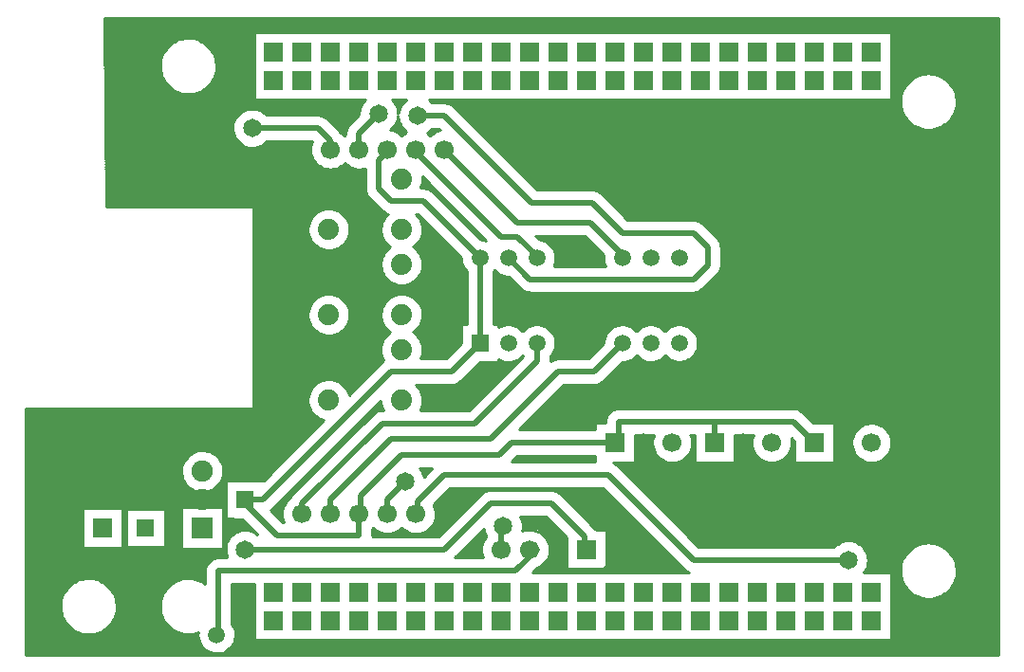
<source format=gbr>
G04 DipTrace 2.4.0.2*
%INBottom.gbr*%
%MOIN*%
%ADD13C,0.02*%
%ADD14C,0.01*%
%ADD18R,0.0669X0.0669*%
%ADD19C,0.0669*%
%ADD20R,0.065X0.065*%
%ADD21R,0.0591X0.0591*%
%ADD22C,0.0591*%
%ADD24C,0.074*%
%ADD25R,0.0748X0.0748*%
%ADD26C,0.0748*%
%ADD27C,0.063*%
%ADD28R,0.063X0.063*%
%ADD29C,0.0591*%
%ADD30C,0.065*%
%FSLAX44Y44*%
G04*
G70*
G90*
G75*
G01*
%LNBottom*%
%LPD*%
X11690Y7690D2*
D13*
X18690D1*
X20315Y9315D1*
X22440D1*
X23628Y8128D1*
Y7690D1*
X23690D1*
X11690Y9440D2*
Y9315D1*
X12815Y8190D1*
X15690D1*
Y8940D1*
X11690Y9440D2*
X12315D1*
X16815Y13940D1*
X18940D1*
X19940Y14940D1*
X31690Y11440D2*
X30940Y12190D1*
X28190D1*
Y11440D1*
X24690D2*
X24815D1*
Y12190D1*
X28190D1*
X19940Y14940D2*
Y17940D1*
X16690Y21752D2*
X16752D1*
X16377Y21377D1*
Y20378D1*
X16815Y19940D1*
X17940D1*
X19940Y17940D1*
X24690Y11440D2*
X21065D1*
X20628Y11002D1*
X17190D1*
X15753Y9565D1*
Y8940D1*
X15690D1*
X22940Y17940D2*
X23940D1*
X22940Y14940D2*
X23940D1*
X22690Y7690D2*
Y7127D1*
X22877Y6940D1*
X24315D1*
X25065Y7690D1*
X11690Y10440D2*
Y11780D1*
X14630Y14720D1*
X11690Y5190D2*
Y6190D1*
Y25190D2*
Y24190D1*
X11940Y22503D2*
X14252D1*
X14690Y22065D1*
Y21752D1*
X15690D2*
Y22315D1*
X16377Y23002D1*
X32878Y7315D2*
X27440D1*
X24440Y10315D1*
X18690D1*
X17753Y9378D1*
Y8940D1*
X17690D1*
X16690D2*
Y9440D1*
X17315Y10065D1*
X21940Y14940D2*
Y14315D1*
X19753Y12127D1*
X16503D1*
X13690Y9315D1*
Y8940D1*
X14690D2*
Y9440D1*
X16815Y11565D1*
X20315D1*
X22690Y13940D1*
X23940D1*
X24940Y14940D1*
X18690Y21752D2*
X21252Y19190D1*
X23815D1*
X25065Y17940D1*
X24940D1*
X17690Y21752D2*
X17628D1*
X20690Y18690D1*
X21253D1*
X21940Y18003D1*
Y17940D1*
X17752Y22940D2*
X18690D1*
X21753Y19877D1*
X23878D1*
X24940Y18815D1*
X27440D1*
X27940Y18315D1*
Y17690D1*
X27440Y17190D1*
X21690D1*
X20940Y17940D1*
X10690Y4690D2*
X10753D1*
Y6940D1*
X21190D1*
X21940Y7690D1*
X21690D1*
X20690D2*
Y8440D1*
X20753Y8503D1*
D30*
X32878Y7315D3*
X20753Y8503D3*
X25065Y7690D3*
X11940Y22503D3*
X16377Y23002D3*
X17752Y22940D3*
X11690Y7690D3*
X17315Y10065D3*
X5190Y11565D3*
X35503Y17877D3*
X7815Y5815D3*
X6751Y26291D2*
D14*
X38131D1*
X6752Y26193D2*
X38131D1*
X6752Y26094D2*
X38131D1*
X6754Y25995D2*
X38131D1*
X6755Y25897D2*
X38131D1*
X6755Y25798D2*
X11992D1*
X34388D2*
X38131D1*
X6757Y25699D2*
X11992D1*
X34388D2*
X38131D1*
X6757Y25600D2*
X9295D1*
X10085D2*
X11992D1*
X34388D2*
X38131D1*
X6759Y25502D2*
X9115D1*
X10265D2*
X11992D1*
X34388D2*
X38131D1*
X6760Y25403D2*
X8995D1*
X10385D2*
X11992D1*
X34388D2*
X38131D1*
X6760Y25304D2*
X8906D1*
X10474D2*
X11992D1*
X34388D2*
X38131D1*
X6762Y25206D2*
X8837D1*
X10543D2*
X11992D1*
X34388D2*
X38131D1*
X6762Y25107D2*
X8784D1*
X10596D2*
X11992D1*
X34388D2*
X38131D1*
X6763Y25008D2*
X8743D1*
X10637D2*
X11992D1*
X34388D2*
X38131D1*
X6763Y24910D2*
X8715D1*
X10665D2*
X11992D1*
X34388D2*
X38131D1*
X6765Y24811D2*
X8698D1*
X10682D2*
X11992D1*
X34388D2*
X38131D1*
X6766Y24712D2*
X8692D1*
X10688D2*
X11992D1*
X34388D2*
X38131D1*
X6766Y24614D2*
X8695D1*
X10685D2*
X11992D1*
X34388D2*
X38131D1*
X6768Y24515D2*
X8707D1*
X10673D2*
X11992D1*
X34388D2*
X38131D1*
X6768Y24416D2*
X8729D1*
X10651D2*
X11992D1*
X34388D2*
X35523D1*
X35857D2*
X38131D1*
X6770Y24318D2*
X8764D1*
X10616D2*
X11992D1*
X34388D2*
X35225D1*
X36155D2*
X38131D1*
X6771Y24219D2*
X8810D1*
X10570D2*
X11992D1*
X34388D2*
X35071D1*
X36309D2*
X38131D1*
X6771Y24120D2*
X8871D1*
X10509D2*
X11992D1*
X34388D2*
X34962D1*
X36418D2*
X38131D1*
X6773Y24021D2*
X8951D1*
X10429D2*
X11992D1*
X34388D2*
X34881D1*
X36499D2*
X38131D1*
X6773Y23923D2*
X9056D1*
X10324D2*
X11992D1*
X34388D2*
X34817D1*
X36563D2*
X38131D1*
X6774Y23824D2*
X9203D1*
X10177D2*
X11992D1*
X34388D2*
X34768D1*
X36612D2*
X38131D1*
X6776Y23725D2*
X9462D1*
X9918D2*
X11992D1*
X34388D2*
X34734D1*
X36646D2*
X38131D1*
X6776Y23627D2*
X11992D1*
X34388D2*
X34709D1*
X36671D2*
X38131D1*
X6777Y23528D2*
X11992D1*
X34388D2*
X34695D1*
X36685D2*
X38131D1*
X6777Y23429D2*
X15826D1*
X16929D2*
X17257D1*
X18248D2*
X34692D1*
X36688D2*
X38131D1*
X6779Y23331D2*
X15762D1*
X16993D2*
X17175D1*
X18951D2*
X34698D1*
X36682D2*
X38131D1*
X6779Y23232D2*
X15718D1*
X17037D2*
X17118D1*
X19063D2*
X34714D1*
X36666D2*
X38131D1*
X6780Y23133D2*
X11653D1*
X12227D2*
X15692D1*
X19163D2*
X34740D1*
X36640D2*
X38131D1*
X6782Y23035D2*
X11493D1*
X12387D2*
X15679D1*
X19262D2*
X34778D1*
X36602D2*
X38131D1*
X6782Y22936D2*
X11395D1*
X14427D2*
X15645D1*
X19360D2*
X34829D1*
X36551D2*
X38131D1*
X6784Y22837D2*
X11328D1*
X14584D2*
X15546D1*
X19459D2*
X34896D1*
X36484D2*
X38131D1*
X6784Y22739D2*
X11282D1*
X14682D2*
X15448D1*
X17024D2*
X17084D1*
X19557D2*
X34982D1*
X36398D2*
X38131D1*
X6785Y22640D2*
X11254D1*
X14780D2*
X15350D1*
X16973D2*
X17123D1*
X19655D2*
X35100D1*
X36280D2*
X38131D1*
X6787Y22541D2*
X11242D1*
X14880D2*
X15275D1*
X16899D2*
X17181D1*
X19755D2*
X35268D1*
X36112D2*
X38131D1*
X6787Y22442D2*
X11243D1*
X14979D2*
X15234D1*
X16809D2*
X17267D1*
X18238D2*
X18521D1*
X19854D2*
X38131D1*
X6788Y22344D2*
X11259D1*
X15071D2*
X15217D1*
X17071D2*
X17309D1*
X18107D2*
X18309D1*
X19952D2*
X38131D1*
X6788Y22245D2*
X11292D1*
X20051D2*
X38131D1*
X6790Y22146D2*
X11340D1*
X20149D2*
X38131D1*
X6790Y22048D2*
X11412D1*
X20248D2*
X38131D1*
X6791Y21949D2*
X11520D1*
X12360D2*
X14010D1*
X20348D2*
X38131D1*
X6793Y21850D2*
X11707D1*
X12173D2*
X13989D1*
X20446D2*
X38131D1*
X6793Y21752D2*
X13981D1*
X20545D2*
X38131D1*
X6795Y21653D2*
X13989D1*
X20643D2*
X38131D1*
X6795Y21554D2*
X14010D1*
X20741D2*
X38131D1*
X6796Y21456D2*
X14048D1*
X20840D2*
X38131D1*
X6798Y21357D2*
X14104D1*
X20940D2*
X38131D1*
X6798Y21258D2*
X14187D1*
X21038D2*
X38131D1*
X6799Y21160D2*
X14310D1*
X15070D2*
X15310D1*
X21137D2*
X38131D1*
X6799Y21061D2*
X14582D1*
X14798D2*
X15582D1*
X15798D2*
X15904D1*
X21235D2*
X38131D1*
X6801Y20962D2*
X15904D1*
X21334D2*
X38131D1*
X6801Y20863D2*
X15904D1*
X21432D2*
X38131D1*
X6802Y20765D2*
X15904D1*
X21530D2*
X38131D1*
X6804Y20666D2*
X15904D1*
X17932D2*
X18048D1*
X21630D2*
X38131D1*
X6804Y20567D2*
X15904D1*
X17918D2*
X18146D1*
X21729D2*
X38131D1*
X6805Y20469D2*
X15904D1*
X17890D2*
X18245D1*
X21827D2*
X38131D1*
X6805Y20370D2*
X15904D1*
X18124D2*
X18343D1*
X21926D2*
X38131D1*
X6807Y20271D2*
X15915D1*
X18274D2*
X18443D1*
X24132D2*
X38131D1*
X6809Y20173D2*
X15951D1*
X18373D2*
X18542D1*
X24248D2*
X38131D1*
X6809Y20074D2*
X16017D1*
X18473D2*
X18640D1*
X24348D2*
X38131D1*
X6810Y19975D2*
X16114D1*
X18571D2*
X18739D1*
X24446D2*
X38131D1*
X6810Y19877D2*
X16212D1*
X18670D2*
X18837D1*
X24545D2*
X38131D1*
X6812Y19778D2*
X16310D1*
X18768D2*
X18935D1*
X24643D2*
X38131D1*
X11999Y19679D2*
X16410D1*
X18866D2*
X19035D1*
X24741D2*
X38131D1*
X11999Y19581D2*
X14262D1*
X14998D2*
X16512D1*
X18965D2*
X19134D1*
X24840D2*
X38131D1*
X11999Y19482D2*
X14125D1*
X15135D2*
X16685D1*
X19065D2*
X19232D1*
X24940D2*
X38131D1*
X11999Y19383D2*
X14035D1*
X15224D2*
X16595D1*
X17785D2*
X17831D1*
X19163D2*
X19331D1*
X25038D2*
X38131D1*
X11999Y19284D2*
X13971D1*
X15288D2*
X16532D1*
X17848D2*
X17929D1*
X19262D2*
X19429D1*
X25137D2*
X38131D1*
X11999Y19186D2*
X13929D1*
X15332D2*
X16489D1*
X17891D2*
X18028D1*
X19360D2*
X19528D1*
X27729D2*
X38131D1*
X11999Y19087D2*
X13901D1*
X15359D2*
X16460D1*
X17920D2*
X18128D1*
X19459D2*
X19628D1*
X27834D2*
X38131D1*
X11999Y18988D2*
X13887D1*
X15373D2*
X16448D1*
X17932D2*
X18226D1*
X19557D2*
X19726D1*
X27932D2*
X38131D1*
X11999Y18890D2*
X13889D1*
X15373D2*
X16448D1*
X17932D2*
X18325D1*
X19657D2*
X19825D1*
X28032D2*
X38131D1*
X11999Y18791D2*
X13901D1*
X15359D2*
X16462D1*
X17918D2*
X18423D1*
X19755D2*
X19923D1*
X28130D2*
X38131D1*
X11999Y18692D2*
X13929D1*
X15330D2*
X16489D1*
X17891D2*
X18521D1*
X19854D2*
X20021D1*
X21916D2*
X23646D1*
X28229D2*
X38131D1*
X11999Y18594D2*
X13973D1*
X15287D2*
X16532D1*
X17848D2*
X18620D1*
X20035D2*
X20120D1*
X22035D2*
X23745D1*
X28321D2*
X38131D1*
X11999Y18495D2*
X14037D1*
X15224D2*
X16596D1*
X17784D2*
X18718D1*
X22305D2*
X23843D1*
X28377D2*
X38131D1*
X11999Y18396D2*
X14128D1*
X15134D2*
X16687D1*
X17693D2*
X18818D1*
X22426D2*
X23943D1*
X28407D2*
X38131D1*
X11999Y18298D2*
X14265D1*
X14995D2*
X16728D1*
X17652D2*
X18917D1*
X22504D2*
X24042D1*
X28413D2*
X38131D1*
X11999Y18199D2*
X16625D1*
X17755D2*
X19015D1*
X22555D2*
X24140D1*
X28413D2*
X38131D1*
X11999Y18100D2*
X16553D1*
X17827D2*
X19114D1*
X22590D2*
X24239D1*
X28413D2*
X38131D1*
X11999Y18002D2*
X16503D1*
X17877D2*
X19212D1*
X22607D2*
X24273D1*
X28413D2*
X38131D1*
X11999Y17903D2*
X16470D1*
X17910D2*
X19271D1*
X22609D2*
X24271D1*
X28413D2*
X38131D1*
X11999Y17804D2*
X16451D1*
X17929D2*
X19285D1*
X22595D2*
X24285D1*
X28413D2*
X38131D1*
X11999Y17705D2*
X16446D1*
X17934D2*
X19314D1*
X22566D2*
X24314D1*
X28413D2*
X38131D1*
X11999Y17607D2*
X16454D1*
X17926D2*
X19362D1*
X28407D2*
X38131D1*
X11999Y17508D2*
X16478D1*
X17902D2*
X19432D1*
X28377D2*
X38131D1*
X11999Y17409D2*
X16515D1*
X17865D2*
X19467D1*
X20413D2*
X20539D1*
X28320D2*
X38131D1*
X11999Y17311D2*
X16571D1*
X17809D2*
X19467D1*
X20413D2*
X20734D1*
X28227D2*
X38131D1*
X11999Y17212D2*
X16651D1*
X17729D2*
X19467D1*
X20413D2*
X21003D1*
X28127D2*
X38131D1*
X11999Y17113D2*
X16767D1*
X17613D2*
X19467D1*
X20413D2*
X21101D1*
X28029D2*
X38131D1*
X11999Y17015D2*
X16978D1*
X17402D2*
X19467D1*
X20413D2*
X21200D1*
X27930D2*
X38131D1*
X11999Y16916D2*
X19467D1*
X20413D2*
X21298D1*
X27832D2*
X38131D1*
X11999Y16817D2*
X19467D1*
X20413D2*
X21404D1*
X27726D2*
X38131D1*
X11999Y16719D2*
X19467D1*
X20413D2*
X38131D1*
X11999Y16620D2*
X14343D1*
X14916D2*
X16904D1*
X17476D2*
X19467D1*
X20413D2*
X38131D1*
X11999Y16521D2*
X14171D1*
X15088D2*
X16732D1*
X17648D2*
X19467D1*
X20413D2*
X38131D1*
X11999Y16423D2*
X14067D1*
X15193D2*
X16628D1*
X17752D2*
X19467D1*
X20413D2*
X38131D1*
X11999Y16324D2*
X13995D1*
X15265D2*
X16554D1*
X17826D2*
X19467D1*
X20413D2*
X38131D1*
X11999Y16225D2*
X13943D1*
X15316D2*
X16504D1*
X17876D2*
X19467D1*
X20413D2*
X38131D1*
X11999Y16126D2*
X13910D1*
X15349D2*
X16470D1*
X17910D2*
X19467D1*
X20413D2*
X38131D1*
X11999Y16028D2*
X13892D1*
X15368D2*
X16451D1*
X17929D2*
X19467D1*
X20413D2*
X38131D1*
X11999Y15929D2*
X13885D1*
X15374D2*
X16446D1*
X17934D2*
X19467D1*
X20413D2*
X38131D1*
X11999Y15830D2*
X13895D1*
X15366D2*
X16454D1*
X17926D2*
X19467D1*
X20413D2*
X38131D1*
X11999Y15732D2*
X13917D1*
X15343D2*
X16476D1*
X17904D2*
X19467D1*
X20413D2*
X38131D1*
X11999Y15633D2*
X13953D1*
X15307D2*
X16514D1*
X17866D2*
X19467D1*
X20413D2*
X38131D1*
X11999Y15534D2*
X14009D1*
X15252D2*
X16568D1*
X17812D2*
X19271D1*
X20609D2*
X20644D1*
X21235D2*
X21645D1*
X22235D2*
X24645D1*
X25235D2*
X25645D1*
X26235D2*
X26645D1*
X27235D2*
X38131D1*
X11999Y15436D2*
X14087D1*
X15173D2*
X16646D1*
X17734D2*
X19271D1*
X21385D2*
X21495D1*
X22385D2*
X24495D1*
X25385D2*
X25495D1*
X26385D2*
X26495D1*
X27385D2*
X38131D1*
X11999Y15337D2*
X14201D1*
X15059D2*
X16762D1*
X17618D2*
X19271D1*
X22476D2*
X24404D1*
X27476D2*
X38131D1*
X11999Y15238D2*
X14406D1*
X14855D2*
X16660D1*
X17720D2*
X19271D1*
X22538D2*
X24342D1*
X27538D2*
X38131D1*
X11999Y15140D2*
X16578D1*
X17802D2*
X19271D1*
X22579D2*
X24301D1*
X27579D2*
X38131D1*
X11999Y15041D2*
X16520D1*
X17860D2*
X19271D1*
X22601D2*
X24279D1*
X27601D2*
X38131D1*
X11999Y14942D2*
X16481D1*
X17899D2*
X19271D1*
X22609D2*
X24271D1*
X27609D2*
X38131D1*
X11999Y14844D2*
X16457D1*
X17923D2*
X19178D1*
X22602D2*
X24178D1*
X27602D2*
X38131D1*
X11999Y14745D2*
X16446D1*
X17934D2*
X19079D1*
X22579D2*
X24079D1*
X27579D2*
X38131D1*
X11999Y14646D2*
X16450D1*
X17930D2*
X18981D1*
X22540D2*
X23981D1*
X27540D2*
X38131D1*
X11999Y14547D2*
X16467D1*
X17913D2*
X18881D1*
X22479D2*
X23881D1*
X27479D2*
X38131D1*
X11999Y14449D2*
X16498D1*
X17882D2*
X18782D1*
X22413D2*
X23782D1*
X25390D2*
X25490D1*
X26390D2*
X26490D1*
X27390D2*
X38131D1*
X11999Y14350D2*
X16546D1*
X21245D2*
X21309D1*
X22413D2*
X22462D1*
X25245D2*
X25635D1*
X26245D2*
X26635D1*
X27245D2*
X38131D1*
X11999Y14251D2*
X16460D1*
X19918D2*
X21210D1*
X24918D2*
X38131D1*
X11999Y14153D2*
X16362D1*
X19818D2*
X21112D1*
X24818D2*
X38131D1*
X11999Y14054D2*
X16264D1*
X19720D2*
X21014D1*
X24720D2*
X38131D1*
X11999Y13955D2*
X16164D1*
X19621D2*
X20914D1*
X24621D2*
X38131D1*
X11999Y13857D2*
X16065D1*
X19523D2*
X20815D1*
X24523D2*
X38131D1*
X11999Y13758D2*
X15967D1*
X19424D2*
X20717D1*
X24424D2*
X38131D1*
X11999Y13659D2*
X14475D1*
X14785D2*
X15868D1*
X19326D2*
X20618D1*
X24326D2*
X38131D1*
X11999Y13561D2*
X14228D1*
X15032D2*
X15770D1*
X19216D2*
X20520D1*
X24216D2*
X38131D1*
X11999Y13462D2*
X14104D1*
X15155D2*
X15671D1*
X17716D2*
X20421D1*
X22877D2*
X38131D1*
X11999Y13363D2*
X14020D1*
X15240D2*
X15573D1*
X17799D2*
X20323D1*
X22779D2*
X38131D1*
X11999Y13265D2*
X13962D1*
X15298D2*
X15473D1*
X17859D2*
X20223D1*
X22680D2*
X38131D1*
X11999Y13166D2*
X13921D1*
X15338D2*
X15375D1*
X17898D2*
X20125D1*
X22582D2*
X38131D1*
X11999Y13067D2*
X13898D1*
X17923D2*
X20026D1*
X22484D2*
X38131D1*
X11999Y12968D2*
X13887D1*
X17934D2*
X19928D1*
X22385D2*
X38131D1*
X11999Y12870D2*
X13890D1*
X16410D2*
X16451D1*
X17930D2*
X19829D1*
X22285D2*
X38131D1*
X11999Y12771D2*
X13906D1*
X16312D2*
X16465D1*
X17915D2*
X19731D1*
X22187D2*
X38131D1*
X11996Y12672D2*
X13937D1*
X16213D2*
X16496D1*
X17884D2*
X19631D1*
X22088D2*
X38131D1*
X4000Y12574D2*
X13984D1*
X16115D2*
X16365D1*
X21990D2*
X24545D1*
X31210D2*
X38131D1*
X4000Y12475D2*
X14053D1*
X16016D2*
X16185D1*
X21891D2*
X24439D1*
X31321D2*
X38131D1*
X4000Y12376D2*
X14150D1*
X15918D2*
X16085D1*
X21793D2*
X24381D1*
X31420D2*
X38131D1*
X4000Y12278D2*
X14304D1*
X15818D2*
X15987D1*
X21693D2*
X24350D1*
X31518D2*
X38131D1*
X4000Y12179D2*
X14389D1*
X15720D2*
X15889D1*
X21595D2*
X24342D1*
X31616D2*
X38131D1*
X4000Y12080D2*
X14289D1*
X15621D2*
X15789D1*
X21496D2*
X23981D1*
X32399D2*
X33401D1*
X33979D2*
X38131D1*
X4000Y11982D2*
X14190D1*
X15523D2*
X15690D1*
X21398D2*
X23981D1*
X32399D2*
X33239D1*
X34141D2*
X38131D1*
X4000Y11883D2*
X14092D1*
X15424D2*
X15592D1*
X32399D2*
X33140D1*
X34240D2*
X38131D1*
X4000Y11784D2*
X13993D1*
X15326D2*
X15493D1*
X32399D2*
X33073D1*
X34307D2*
X38131D1*
X4000Y11686D2*
X13895D1*
X15226D2*
X15395D1*
X25399D2*
X26026D1*
X27354D2*
X27481D1*
X28899D2*
X29526D1*
X32399D2*
X33026D1*
X34354D2*
X38131D1*
X4000Y11587D2*
X13796D1*
X15127D2*
X15296D1*
X25399D2*
X25996D1*
X27384D2*
X27481D1*
X28899D2*
X29496D1*
X32399D2*
X32996D1*
X34384D2*
X38131D1*
X4000Y11488D2*
X13696D1*
X15029D2*
X15196D1*
X25399D2*
X25984D1*
X27396D2*
X27481D1*
X28899D2*
X29484D1*
X30896D2*
X30976D1*
X32399D2*
X32984D1*
X34396D2*
X38131D1*
X4000Y11389D2*
X13598D1*
X14930D2*
X15098D1*
X25399D2*
X25984D1*
X27396D2*
X27481D1*
X28899D2*
X29484D1*
X30896D2*
X30981D1*
X32399D2*
X32984D1*
X34396D2*
X38131D1*
X4000Y11291D2*
X13500D1*
X14832D2*
X15000D1*
X25399D2*
X25998D1*
X27382D2*
X27481D1*
X28899D2*
X29498D1*
X30882D2*
X30981D1*
X32399D2*
X32998D1*
X34382D2*
X38131D1*
X4000Y11192D2*
X13401D1*
X14734D2*
X14901D1*
X25399D2*
X26028D1*
X27352D2*
X27481D1*
X28899D2*
X29528D1*
X30852D2*
X30981D1*
X32399D2*
X33028D1*
X34352D2*
X38131D1*
X4000Y11093D2*
X9837D1*
X10543D2*
X13303D1*
X14635D2*
X14803D1*
X25399D2*
X26073D1*
X27307D2*
X27481D1*
X28899D2*
X29573D1*
X30807D2*
X30981D1*
X32399D2*
X33073D1*
X34307D2*
X38131D1*
X4000Y10995D2*
X9693D1*
X10687D2*
X13204D1*
X14535D2*
X14704D1*
X25399D2*
X26142D1*
X27238D2*
X27481D1*
X28899D2*
X29642D1*
X30738D2*
X30981D1*
X32399D2*
X33142D1*
X34238D2*
X38131D1*
X4000Y10896D2*
X9600D1*
X10780D2*
X13106D1*
X14437D2*
X14606D1*
X21187D2*
X23981D1*
X25399D2*
X26242D1*
X27138D2*
X27481D1*
X28899D2*
X29742D1*
X30638D2*
X30981D1*
X32399D2*
X33242D1*
X34138D2*
X38131D1*
X4000Y10797D2*
X9534D1*
X10846D2*
X13006D1*
X14338D2*
X14506D1*
X21088D2*
X23981D1*
X25399D2*
X26406D1*
X26974D2*
X27481D1*
X28899D2*
X29906D1*
X30474D2*
X30981D1*
X32399D2*
X33406D1*
X33974D2*
X38131D1*
X4000Y10699D2*
X9489D1*
X10891D2*
X12907D1*
X14240D2*
X14407D1*
X24710D2*
X38131D1*
X4000Y10600D2*
X9459D1*
X10921D2*
X12809D1*
X14141D2*
X14309D1*
X24821D2*
X38131D1*
X4000Y10501D2*
X9445D1*
X10935D2*
X12710D1*
X14043D2*
X14210D1*
X17859D2*
X18210D1*
X24920D2*
X38131D1*
X4000Y10403D2*
X9443D1*
X10937D2*
X12612D1*
X13943D2*
X14112D1*
X17926D2*
X18112D1*
X25018D2*
X38131D1*
X4000Y10304D2*
X9454D1*
X10926D2*
X12514D1*
X13845D2*
X14014D1*
X17971D2*
X18014D1*
X25116D2*
X38131D1*
X4000Y10205D2*
X9481D1*
X10899D2*
X12414D1*
X13746D2*
X13914D1*
X25216D2*
X38131D1*
X4000Y10107D2*
X9521D1*
X10859D2*
X11001D1*
X13648D2*
X13815D1*
X25315D2*
X38131D1*
X4000Y10008D2*
X9582D1*
X10798D2*
X11001D1*
X13549D2*
X13717D1*
X25413D2*
X38131D1*
X4000Y9909D2*
X9667D1*
X10713D2*
X11001D1*
X13451D2*
X13618D1*
X25512D2*
X38131D1*
X4000Y9810D2*
X9795D1*
X10585D2*
X11001D1*
X13351D2*
X13520D1*
X18851D2*
X24279D1*
X25610D2*
X38131D1*
X4000Y9712D2*
X10060D1*
X10320D2*
X11001D1*
X13252D2*
X13421D1*
X18752D2*
X20065D1*
X22690D2*
X24378D1*
X25709D2*
X38131D1*
X4000Y9613D2*
X11001D1*
X13154D2*
X13325D1*
X18654D2*
X19946D1*
X22809D2*
X24476D1*
X25809D2*
X38131D1*
X4000Y9514D2*
X11001D1*
X13055D2*
X13260D1*
X18555D2*
X19848D1*
X22907D2*
X24575D1*
X25907D2*
X38131D1*
X4000Y9416D2*
X11001D1*
X12957D2*
X13168D1*
X18457D2*
X19750D1*
X23005D2*
X24673D1*
X26005D2*
X38131D1*
X4000Y9317D2*
X11001D1*
X12859D2*
X13092D1*
X18359D2*
X19651D1*
X23104D2*
X24771D1*
X26104D2*
X38131D1*
X4000Y9218D2*
X11001D1*
X12759D2*
X13039D1*
X18341D2*
X19553D1*
X23202D2*
X24871D1*
X26202D2*
X38131D1*
X4000Y9120D2*
X5981D1*
X7399D2*
X9442D1*
X10938D2*
X11001D1*
X12660D2*
X13004D1*
X18376D2*
X19454D1*
X23301D2*
X24970D1*
X26301D2*
X38131D1*
X4000Y9021D2*
X5981D1*
X7399D2*
X7501D1*
X8879D2*
X9442D1*
X10938D2*
X11001D1*
X12651D2*
X12985D1*
X18395D2*
X19354D1*
X23401D2*
X25068D1*
X26401D2*
X38131D1*
X4000Y8922D2*
X5981D1*
X7399D2*
X7501D1*
X8879D2*
X9442D1*
X10938D2*
X11001D1*
X12749D2*
X12982D1*
X18398D2*
X19256D1*
X23499D2*
X25167D1*
X26499D2*
X38131D1*
X4000Y8824D2*
X5981D1*
X7399D2*
X7501D1*
X8879D2*
X9442D1*
X10938D2*
X11001D1*
X12848D2*
X12992D1*
X18388D2*
X19157D1*
X21373D2*
X22265D1*
X23598D2*
X25265D1*
X26598D2*
X38131D1*
X4000Y8725D2*
X5981D1*
X7399D2*
X7501D1*
X8879D2*
X9442D1*
X10938D2*
X11614D1*
X12946D2*
X13015D1*
X18365D2*
X19059D1*
X21415D2*
X22364D1*
X23696D2*
X25364D1*
X26696D2*
X38131D1*
X4000Y8626D2*
X5981D1*
X7399D2*
X7501D1*
X8879D2*
X9442D1*
X10938D2*
X11712D1*
X18324D2*
X18960D1*
X21440D2*
X22462D1*
X23795D2*
X25462D1*
X26795D2*
X38131D1*
X4000Y8528D2*
X5981D1*
X7399D2*
X7501D1*
X8879D2*
X9442D1*
X10938D2*
X11812D1*
X18263D2*
X18862D1*
X21451D2*
X22562D1*
X23893D2*
X25562D1*
X26893D2*
X38131D1*
X4000Y8429D2*
X5981D1*
X7399D2*
X7501D1*
X8879D2*
X9442D1*
X10938D2*
X11910D1*
X18176D2*
X18764D1*
X21448D2*
X22660D1*
X23990D2*
X25660D1*
X26991D2*
X38131D1*
X4000Y8330D2*
X5981D1*
X7399D2*
X7501D1*
X8879D2*
X9442D1*
X10938D2*
X11426D1*
X11954D2*
X12007D1*
X16163D2*
X16340D1*
X17040D2*
X17340D1*
X18040D2*
X18664D1*
X19996D2*
X20076D1*
X21979D2*
X22759D1*
X24399D2*
X25759D1*
X27091D2*
X38131D1*
X4000Y8231D2*
X5981D1*
X7399D2*
X7501D1*
X8879D2*
X9442D1*
X10938D2*
X11254D1*
X16163D2*
X18565D1*
X19898D2*
X20109D1*
X22141D2*
X22857D1*
X24399D2*
X25857D1*
X27190D2*
X38131D1*
X4000Y8133D2*
X5981D1*
X7399D2*
X7501D1*
X8879D2*
X9442D1*
X10938D2*
X11153D1*
X19799D2*
X20140D1*
X22240D2*
X22956D1*
X24399D2*
X25956D1*
X27288D2*
X38131D1*
X4000Y8034D2*
X5981D1*
X7399D2*
X7501D1*
X8879D2*
X9442D1*
X10938D2*
X11084D1*
X19701D2*
X20071D1*
X22309D2*
X22981D1*
X24399D2*
X26054D1*
X27387D2*
X38131D1*
X4000Y7935D2*
X5981D1*
X7399D2*
X7501D1*
X8879D2*
X9442D1*
X10938D2*
X11037D1*
X19601D2*
X20026D1*
X22354D2*
X22981D1*
X24399D2*
X26154D1*
X27485D2*
X32568D1*
X33187D2*
X38131D1*
X4000Y7837D2*
X5981D1*
X7399D2*
X7501D1*
X8879D2*
X9442D1*
X10938D2*
X11007D1*
X19502D2*
X19996D1*
X22390D2*
X22981D1*
X24399D2*
X26253D1*
X27584D2*
X32418D1*
X33337D2*
X35264D1*
X36116D2*
X38131D1*
X4000Y7738D2*
X9442D1*
X10938D2*
X10993D1*
X19404D2*
X19984D1*
X22412D2*
X22981D1*
X24399D2*
X26351D1*
X33430D2*
X35096D1*
X36284D2*
X38131D1*
X4000Y7639D2*
X10993D1*
X19305D2*
X19984D1*
X22412D2*
X22981D1*
X24399D2*
X26450D1*
X33495D2*
X34981D1*
X36399D2*
X38131D1*
X4000Y7541D2*
X11007D1*
X19207D2*
X19998D1*
X22390D2*
X22981D1*
X24399D2*
X26548D1*
X33538D2*
X34895D1*
X36485D2*
X38131D1*
X4000Y7442D2*
X11037D1*
X19109D2*
X20028D1*
X22352D2*
X22981D1*
X24399D2*
X26646D1*
X33565D2*
X34828D1*
X36552D2*
X38131D1*
X4000Y7343D2*
X10514D1*
X22307D2*
X22981D1*
X24399D2*
X26746D1*
X33576D2*
X34778D1*
X36602D2*
X38131D1*
X4000Y7245D2*
X10393D1*
X22238D2*
X22981D1*
X24399D2*
X26845D1*
X33573D2*
X34739D1*
X36641D2*
X38131D1*
X4000Y7146D2*
X10326D1*
X22138D2*
X22981D1*
X24399D2*
X26943D1*
X33555D2*
X34712D1*
X36668D2*
X38131D1*
X4000Y7047D2*
X10292D1*
X21973D2*
X22981D1*
X24399D2*
X27042D1*
X33523D2*
X34696D1*
X36684D2*
X38131D1*
X4000Y6949D2*
X10279D1*
X21865D2*
X27145D1*
X33471D2*
X34692D1*
X36688D2*
X38131D1*
X4000Y6850D2*
X10279D1*
X34388D2*
X34695D1*
X36685D2*
X38131D1*
X4000Y6751D2*
X10279D1*
X34388D2*
X34709D1*
X36671D2*
X38131D1*
X4000Y6652D2*
X5953D1*
X6427D2*
X9453D1*
X9927D2*
X10279D1*
X34388D2*
X34734D1*
X36646D2*
X38131D1*
X4000Y6554D2*
X5698D1*
X6682D2*
X9198D1*
X10182D2*
X10279D1*
X34388D2*
X34770D1*
X36610D2*
X38131D1*
X4000Y6455D2*
X5554D1*
X6826D2*
X9054D1*
X11226D2*
X11992D1*
X34388D2*
X34818D1*
X36562D2*
X38131D1*
X4000Y6356D2*
X5450D1*
X6930D2*
X8950D1*
X11226D2*
X11992D1*
X34388D2*
X34882D1*
X36498D2*
X38131D1*
X4000Y6258D2*
X5370D1*
X7010D2*
X8870D1*
X11226D2*
X11992D1*
X34388D2*
X34964D1*
X36416D2*
X38131D1*
X4000Y6159D2*
X5309D1*
X7071D2*
X8809D1*
X11226D2*
X11992D1*
X34388D2*
X35073D1*
X36307D2*
X38131D1*
X4000Y6060D2*
X5264D1*
X7116D2*
X8764D1*
X11226D2*
X11992D1*
X34388D2*
X35228D1*
X36152D2*
X38131D1*
X4000Y5962D2*
X5229D1*
X7151D2*
X8729D1*
X11226D2*
X11992D1*
X34388D2*
X35535D1*
X35845D2*
X38131D1*
X4000Y5863D2*
X5206D1*
X7174D2*
X8706D1*
X11226D2*
X11992D1*
X34388D2*
X38131D1*
X4000Y5764D2*
X5193D1*
X7187D2*
X8693D1*
X11226D2*
X11992D1*
X34388D2*
X38131D1*
X4000Y5666D2*
X5192D1*
X7188D2*
X8692D1*
X11226D2*
X11992D1*
X34388D2*
X38131D1*
X4000Y5567D2*
X5200D1*
X7180D2*
X8700D1*
X11226D2*
X11992D1*
X34388D2*
X38131D1*
X4000Y5468D2*
X5217D1*
X7163D2*
X8717D1*
X11226D2*
X11992D1*
X34388D2*
X38131D1*
X4000Y5370D2*
X5245D1*
X7135D2*
X8745D1*
X11226D2*
X11992D1*
X34388D2*
X38131D1*
X4000Y5271D2*
X5284D1*
X7096D2*
X8784D1*
X11226D2*
X11992D1*
X34388D2*
X38131D1*
X4000Y5172D2*
X5337D1*
X7043D2*
X8837D1*
X11226D2*
X11992D1*
X34388D2*
X38131D1*
X4000Y5073D2*
X5407D1*
X6973D2*
X8907D1*
X11237D2*
X11992D1*
X34388D2*
X38131D1*
X4000Y4975D2*
X5496D1*
X6884D2*
X8996D1*
X11295D2*
X11992D1*
X34388D2*
X38131D1*
X4000Y4876D2*
X5618D1*
X6762D2*
X9118D1*
X11332D2*
X11992D1*
X34388D2*
X38131D1*
X4000Y4777D2*
X5800D1*
X6580D2*
X9300D1*
X11354D2*
X11992D1*
X34388D2*
X38131D1*
X4000Y4679D2*
X10021D1*
X11359D2*
X11992D1*
X34388D2*
X38131D1*
X4000Y4580D2*
X10031D1*
X11349D2*
X11992D1*
X34388D2*
X38131D1*
X4000Y4481D2*
X10054D1*
X11326D2*
X38131D1*
X4000Y4383D2*
X10096D1*
X11284D2*
X38131D1*
X4000Y4284D2*
X10160D1*
X11220D2*
X38131D1*
X4000Y4185D2*
X10256D1*
X11124D2*
X38131D1*
X4000Y4087D2*
X10415D1*
X10965D2*
X38131D1*
X18387Y8890D2*
X18373Y8791D1*
X18344Y8695D1*
X18303Y8604D1*
X18249Y8520D1*
X18183Y8445D1*
X18107Y8380D1*
X18023Y8326D1*
X17932Y8285D1*
X17836Y8257D1*
X17737Y8243D1*
X17637D1*
X17539Y8258D1*
X17443Y8287D1*
X17352Y8328D1*
X17268Y8383D1*
X17190Y8452D1*
X17146Y8411D1*
X17066Y8351D1*
X16979Y8304D1*
X16885Y8269D1*
X16787Y8248D1*
X16687Y8241D1*
X16588Y8249D1*
X16490Y8271D1*
X16397Y8306D1*
X16309Y8354D1*
X16230Y8414D1*
X16190Y8452D1*
X16154Y8419D1*
X16153Y8167D1*
X16190Y8154D1*
X18498D1*
X19987Y9643D1*
X20024Y9676D1*
X20065Y9706D1*
X20108Y9730D1*
X20154Y9750D1*
X20202Y9765D1*
X20251Y9775D1*
X20315Y9779D1*
X22440D1*
X22490Y9776D1*
X22539Y9768D1*
X22587Y9755D1*
X22634Y9737D1*
X22678Y9713D1*
X22720Y9685D1*
X22768Y9643D1*
X23956Y8456D1*
X23994Y8412D1*
X24041Y8389D1*
X24389D1*
Y6991D1*
X22991D1*
Y8109D1*
X22274Y8825D1*
X22249Y8850D1*
X21690Y8851D1*
X21348D1*
X21386Y8774D1*
X21418Y8680D1*
X21437Y8581D1*
X21442Y8503D1*
X21434Y8403D1*
X21420Y8334D1*
X21500Y8362D1*
X21598Y8383D1*
X21698Y8389D1*
X21797Y8380D1*
X21895Y8358D1*
X21988Y8322D1*
X22075Y8273D1*
X22154Y8212D1*
X22224Y8141D1*
X22283Y8060D1*
X22329Y7971D1*
X22364Y7878D1*
X22382Y7831D1*
X22395Y7783D1*
X22402Y7733D1*
X22404Y7683D1*
X22401Y7633D1*
X22392Y7584D1*
X22372Y7521D1*
X22344Y7445D1*
X22303Y7354D1*
X22249Y7270D1*
X22183Y7195D1*
X22107Y7130D1*
X22023Y7076D1*
X21945Y7040D1*
X21785Y6879D1*
X22379Y6877D1*
X22551Y6879D1*
X23379Y6877D1*
X23551Y6879D1*
X24379Y6877D1*
X24551Y6879D1*
X25379Y6877D1*
X25551Y6879D1*
X26379Y6877D1*
X26551Y6879D1*
X27281D1*
X27202Y6917D1*
X27160Y6945D1*
X27112Y6987D1*
X24247Y9852D1*
X23490Y9851D1*
X18882D1*
X18303Y9272D1*
X18329Y9221D1*
X18363Y9127D1*
X18383Y9029D1*
X18389Y8940D1*
X18387Y8890D1*
X13052Y8655D2*
X13018Y8748D1*
X12998Y8845D1*
X12991Y8945D1*
X12999Y9045D1*
X13021Y9142D1*
X13057Y9236D1*
X13106Y9323D1*
X13166Y9402D1*
X13237Y9472D1*
X13261Y9491D1*
X13292Y9553D1*
X13320Y9595D1*
X13362Y9643D1*
X16174Y12456D1*
X16212Y12489D1*
X16252Y12518D1*
X16296Y12543D1*
X16341Y12563D1*
X16389Y12577D1*
X16438Y12587D1*
X16503Y12591D1*
X16545D1*
X16519Y12643D1*
X16485Y12737D1*
X16464Y12834D1*
X16456Y12926D1*
X15517Y11986D1*
X12643Y9112D1*
X12599Y9073D1*
X12619Y9042D1*
X13007Y8654D1*
X13054D1*
X15191Y21266D2*
X15146Y21224D1*
X15066Y21164D1*
X14979Y21116D1*
X14885Y21082D1*
X14787Y21061D1*
X14687Y21054D1*
X14588Y21061D1*
X14490Y21083D1*
X14397Y21118D1*
X14309Y21167D1*
X14230Y21227D1*
X14159Y21298D1*
X14100Y21378D1*
X14053Y21466D1*
X14018Y21560D1*
X13998Y21658D1*
X13991Y21758D1*
X13999Y21857D1*
X14021Y21955D1*
X14052Y22039D1*
X12448D1*
X12384Y21976D1*
X12303Y21917D1*
X12214Y21871D1*
X12120Y21837D1*
X12022Y21818D1*
X11922Y21814D1*
X11823Y21824D1*
X11726Y21848D1*
X11633Y21885D1*
X11547Y21936D1*
X11470Y21999D1*
X11402Y22072D1*
X11345Y22155D1*
X11301Y22244D1*
X11271Y22340D1*
X11254Y22438D1*
X11252Y22538D1*
X11264Y22637D1*
X11291Y22733D1*
X11331Y22825D1*
X11384Y22910D1*
X11449Y22986D1*
X11524Y23052D1*
X11608Y23106D1*
X11698Y23148D1*
X11794Y23176D1*
X11893Y23190D1*
X11993Y23189D1*
X12092Y23175D1*
X12188Y23146D1*
X12278Y23103D1*
X12361Y23048D1*
X12436Y22981D1*
X12449Y22966D1*
X14252Y22967D1*
X14302Y22964D1*
X14352Y22956D1*
X14400Y22942D1*
X14446Y22924D1*
X14491Y22901D1*
X14532Y22873D1*
X14581Y22831D1*
X15051Y22356D1*
X15075Y22336D1*
X15154Y22275D1*
X15189Y22241D1*
X15227Y22275D1*
X15229Y22365D1*
X15237Y22414D1*
X15250Y22462D1*
X15268Y22509D1*
X15292Y22553D1*
X15320Y22595D1*
X15362Y22643D1*
X15690Y22971D1*
X15689Y23038D1*
X15702Y23137D1*
X15728Y23233D1*
X15769Y23325D1*
X15822Y23410D1*
X15886Y23486D1*
X15903Y23502D1*
X15001Y23501D1*
X14001D1*
X13001D1*
X12001D1*
X12003Y24879D1*
X12001Y25051D1*
Y25879D1*
X13379Y25877D1*
X13551Y25879D1*
X14379Y25877D1*
X14551Y25879D1*
X15379Y25877D1*
X15551Y25879D1*
X16379Y25877D1*
X16551Y25879D1*
X17379Y25877D1*
X17551Y25879D1*
X18379Y25877D1*
X18551Y25879D1*
X19379Y25877D1*
X19551Y25879D1*
X20379Y25877D1*
X20551Y25879D1*
X21379Y25877D1*
X21551Y25879D1*
X22379Y25877D1*
X22551Y25879D1*
X23379Y25877D1*
X23551Y25879D1*
X24379Y25877D1*
X24551Y25879D1*
X25379Y25877D1*
X25551Y25879D1*
X26379Y25877D1*
X26551Y25879D1*
X27379Y25877D1*
X27551Y25879D1*
X28379Y25877D1*
X28551Y25879D1*
X29379Y25877D1*
X29551Y25879D1*
X30379Y25877D1*
X30551Y25879D1*
X31379Y25877D1*
X31551Y25879D1*
X32379Y25877D1*
X32551Y25879D1*
X33379Y25877D1*
X33551Y25879D1*
X34379D1*
X34377Y24501D1*
X34379Y24329D1*
Y23501D1*
X33001Y23503D1*
X32829Y23501D1*
X32001Y23503D1*
X31829Y23501D1*
X31001Y23503D1*
X30829Y23501D1*
X30001Y23503D1*
X29829Y23501D1*
X29001Y23503D1*
X28829Y23501D1*
X28001Y23503D1*
X27829Y23501D1*
X27001Y23503D1*
X26829Y23501D1*
X26001Y23503D1*
X25829Y23501D1*
X25001Y23503D1*
X24829Y23501D1*
X24001Y23503D1*
X23829Y23501D1*
X23001Y23503D1*
X22829Y23501D1*
X22001Y23503D1*
X21829Y23501D1*
X21001Y23503D1*
X20829Y23501D1*
X20001Y23503D1*
X19829Y23501D1*
X19001Y23503D1*
X18829Y23501D1*
X18152D1*
X18212Y23453D1*
X18262Y23404D1*
X18690D1*
X18740Y23401D1*
X18789Y23393D1*
X18837Y23380D1*
X18884Y23362D1*
X18928Y23338D1*
X18970Y23310D1*
X19018Y23268D1*
X21945Y20341D1*
X23878D1*
X23927Y20339D1*
X23977Y20331D1*
X24025Y20317D1*
X24071Y20299D1*
X24116Y20276D1*
X24157Y20248D1*
X24206Y20206D1*
X25133Y19279D1*
X27440D1*
X27490Y19276D1*
X27539Y19268D1*
X27587Y19255D1*
X27634Y19237D1*
X27678Y19213D1*
X27720Y19185D1*
X27768Y19143D1*
X28268Y18643D1*
X28301Y18606D1*
X28331Y18565D1*
X28355Y18522D1*
X28375Y18476D1*
X28390Y18428D1*
X28400Y18379D1*
X28404Y18315D1*
X28401Y17640D1*
X28393Y17591D1*
X28380Y17543D1*
X28362Y17496D1*
X28338Y17452D1*
X28310Y17410D1*
X28268Y17362D1*
X27768Y16862D1*
X27731Y16829D1*
X27690Y16799D1*
X27647Y16775D1*
X27601Y16755D1*
X27553Y16740D1*
X27504Y16730D1*
X27440Y16726D1*
X21690D1*
X21640Y16729D1*
X21591Y16737D1*
X21543Y16750D1*
X21496Y16768D1*
X21452Y16792D1*
X21410Y16820D1*
X21362Y16862D1*
X20943Y17281D1*
X20876Y17284D1*
X20777Y17301D1*
X20683Y17333D1*
X20594Y17379D1*
X20513Y17438D1*
X20439Y17512D1*
X20404Y17472D1*
Y15598D1*
X20599Y15599D1*
X20600Y15505D1*
X20690Y15550D1*
X20785Y15581D1*
X20883Y15597D1*
X20983Y15598D1*
X21082Y15584D1*
X21178Y15555D1*
X21268Y15512D1*
X21351Y15456D1*
X21424Y15388D1*
X21439Y15370D1*
X21519Y15447D1*
X21600Y15505D1*
X21690Y15550D1*
X21785Y15581D1*
X21883Y15597D1*
X21983Y15598D1*
X22082Y15584D1*
X22178Y15555D1*
X22268Y15512D1*
X22351Y15456D1*
X22424Y15388D1*
X22486Y15310D1*
X22536Y15223D1*
X22571Y15130D1*
X22593Y15032D1*
X22599Y14940D1*
X22592Y14840D1*
X22569Y14743D1*
X22532Y14650D1*
X22482Y14564D1*
X22419Y14487D1*
X22404Y14472D1*
Y14306D1*
X22445Y14334D1*
X22489Y14358D1*
X22535Y14377D1*
X22583Y14392D1*
X22632Y14400D1*
X22740Y14404D1*
X23748D1*
X24280Y14937D1*
X24285Y15019D1*
X24305Y15117D1*
X24339Y15211D1*
X24387Y15298D1*
X24447Y15378D1*
X24519Y15447D1*
X24600Y15505D1*
X24690Y15550D1*
X24785Y15581D1*
X24883Y15597D1*
X24983Y15598D1*
X25082Y15584D1*
X25178Y15555D1*
X25268Y15512D1*
X25351Y15456D1*
X25424Y15388D1*
X25439Y15370D1*
X25519Y15447D1*
X25600Y15505D1*
X25690Y15550D1*
X25785Y15581D1*
X25883Y15597D1*
X25983Y15598D1*
X26082Y15584D1*
X26178Y15555D1*
X26268Y15512D1*
X26351Y15456D1*
X26424Y15388D1*
X26439Y15370D1*
X26519Y15447D1*
X26600Y15505D1*
X26690Y15550D1*
X26785Y15581D1*
X26883Y15597D1*
X26983Y15598D1*
X27082Y15584D1*
X27178Y15555D1*
X27268Y15512D1*
X27351Y15456D1*
X27424Y15388D1*
X27486Y15310D1*
X27536Y15223D1*
X27571Y15130D1*
X27593Y15032D1*
X27599Y14940D1*
X27592Y14840D1*
X27569Y14743D1*
X27532Y14650D1*
X27482Y14564D1*
X27419Y14487D1*
X27345Y14419D1*
X27261Y14364D1*
X27171Y14322D1*
X27075Y14295D1*
X26976Y14282D1*
X26876Y14284D1*
X26777Y14301D1*
X26683Y14333D1*
X26594Y14379D1*
X26513Y14438D1*
X26439Y14512D1*
X26383Y14452D1*
X26304Y14390D1*
X26217Y14342D1*
X26123Y14307D1*
X26025Y14286D1*
X25926Y14281D1*
X25826Y14291D1*
X25729Y14315D1*
X25637Y14354D1*
X25552Y14407D1*
X25476Y14471D1*
X25439Y14512D1*
X25383Y14452D1*
X25304Y14390D1*
X25217Y14342D1*
X25123Y14307D1*
X25025Y14286D1*
X24937Y14281D1*
X24268Y13612D1*
X24231Y13579D1*
X24190Y13549D1*
X24147Y13525D1*
X24101Y13505D1*
X24053Y13490D1*
X24004Y13480D1*
X23940Y13476D1*
X22882D1*
X21311Y11905D1*
X21765Y11904D1*
X23992D1*
X23991Y12139D1*
X24351Y12140D1*
X24354Y12240D1*
X24362Y12289D1*
X24375Y12337D1*
X24393Y12384D1*
X24417Y12428D1*
X24445Y12470D1*
X24477Y12508D1*
X24513Y12542D1*
X24553Y12573D1*
X24595Y12599D1*
X24641Y12620D1*
X24688Y12636D1*
X24737Y12647D1*
X24815Y12654D1*
X30940D1*
X30990Y12651D1*
X31039Y12643D1*
X31087Y12630D1*
X31134Y12612D1*
X31178Y12588D1*
X31220Y12560D1*
X31268Y12518D1*
X31647Y12139D1*
X32389D1*
Y10741D1*
X30991D1*
Y11484D1*
X30868Y11606D1*
X30883Y11529D1*
X30889Y11440D1*
X30882Y11340D1*
X30860Y11243D1*
X30825Y11149D1*
X30777Y11061D1*
X30717Y10982D1*
X30646Y10911D1*
X30566Y10851D1*
X30479Y10804D1*
X30385Y10769D1*
X30287Y10748D1*
X30187Y10741D1*
X30088Y10749D1*
X29990Y10771D1*
X29897Y10806D1*
X29809Y10854D1*
X29730Y10914D1*
X29659Y10985D1*
X29600Y11066D1*
X29553Y11154D1*
X29518Y11248D1*
X29498Y11345D1*
X29491Y11445D1*
X29499Y11545D1*
X29521Y11642D1*
X29553Y11725D1*
X28888Y11726D1*
X28889Y10741D1*
X27491D1*
X27490Y11726D1*
X27326D1*
X27348Y11675D1*
X27375Y11579D1*
X27388Y11480D1*
X27387Y11390D1*
X27373Y11291D1*
X27344Y11195D1*
X27303Y11104D1*
X27249Y11020D1*
X27183Y10945D1*
X27107Y10880D1*
X27023Y10826D1*
X26932Y10785D1*
X26836Y10757D1*
X26737Y10743D1*
X26637D1*
X26539Y10758D1*
X26443Y10787D1*
X26352Y10828D1*
X26268Y10883D1*
X26193Y10949D1*
X26128Y11025D1*
X26075Y11109D1*
X26034Y11200D1*
X26006Y11296D1*
X25993Y11395D1*
X25994Y11495D1*
X26009Y11594D1*
X26037Y11690D1*
X26053Y11725D1*
X25388Y11726D1*
X25389Y10741D1*
X24621D1*
X24678Y10713D1*
X24720Y10685D1*
X24768Y10643D1*
X27633Y7778D1*
X28390Y7779D1*
X32370D1*
X32423Y7832D1*
X32502Y7893D1*
X32590Y7941D1*
X32683Y7976D1*
X32781Y7997D1*
X32881Y8004D1*
X32980Y7996D1*
X33078Y7974D1*
X33171Y7938D1*
X33258Y7889D1*
X33337Y7828D1*
X33407Y7756D1*
X33465Y7675D1*
X33511Y7587D1*
X33543Y7492D1*
X33562Y7394D1*
X33567Y7315D1*
X33559Y7215D1*
X33538Y7118D1*
X33502Y7024D1*
X33454Y6937D1*
X33410Y6878D1*
X34379Y6879D1*
X34377Y5501D1*
X34379Y5329D1*
Y4501D1*
X33001Y4503D1*
X32829Y4501D1*
X32001Y4503D1*
X31829Y4501D1*
X31001Y4503D1*
X30829Y4501D1*
X30001Y4503D1*
X29829Y4501D1*
X29001Y4503D1*
X28829Y4501D1*
X28001Y4503D1*
X27829Y4501D1*
X27001Y4503D1*
X26829Y4501D1*
X26001Y4503D1*
X25829Y4501D1*
X25001Y4503D1*
X24829Y4501D1*
X24001Y4503D1*
X23829Y4501D1*
X23001Y4503D1*
X22829Y4501D1*
X22001Y4503D1*
X21829Y4501D1*
X21001Y4503D1*
X20829Y4501D1*
X20001Y4503D1*
X19829Y4501D1*
X19001Y4503D1*
X18829Y4501D1*
X18001Y4503D1*
X17829Y4501D1*
X17001Y4503D1*
X16829Y4501D1*
X16001Y4503D1*
X15829Y4501D1*
X15001Y4503D1*
X14829Y4501D1*
X14001Y4503D1*
X13829Y4501D1*
X13001Y4503D1*
X12829Y4501D1*
X12001D1*
X12003Y5879D1*
X12001Y6051D1*
Y6478D1*
X11840Y6476D1*
X11217D1*
Y5085D1*
X11262Y5017D1*
X11305Y4927D1*
X11334Y4831D1*
X11348Y4732D1*
X11347Y4640D1*
X11332Y4541D1*
X11302Y4446D1*
X11259Y4356D1*
X11202Y4274D1*
X11133Y4202D1*
X11054Y4140D1*
X10967Y4092D1*
X10873Y4057D1*
X10775Y4036D1*
X10676Y4031D1*
X10576Y4041D1*
X10479Y4065D1*
X10387Y4104D1*
X10302Y4157D1*
X10226Y4221D1*
X10161Y4297D1*
X10107Y4381D1*
X10067Y4473D1*
X10042Y4570D1*
X10031Y4669D1*
X10035Y4764D1*
X9941Y4733D1*
X9843Y4713D1*
X9743Y4702D1*
X9644D1*
X9544Y4712D1*
X9446Y4732D1*
X9351Y4761D1*
X9259Y4800D1*
X9171Y4848D1*
X9089Y4905D1*
X9012Y4970D1*
X8943Y5042D1*
X8882Y5120D1*
X8828Y5205D1*
X8784Y5294D1*
X8748Y5388D1*
X8723Y5484D1*
X8707Y5583D1*
X8701Y5683D1*
X8705Y5783D1*
X8720Y5882D1*
X8744Y5979D1*
X8778Y6073D1*
X8821Y6163D1*
X8873Y6248D1*
X8934Y6328D1*
X9002Y6401D1*
X9077Y6466D1*
X9159Y6524D1*
X9246Y6574D1*
X9337Y6614D1*
X9432Y6645D1*
X9530Y6666D1*
X9629Y6677D1*
X9729Y6678D1*
X9829Y6669D1*
X9927Y6650D1*
X10023Y6621D1*
X10115Y6583D1*
X10203Y6535D1*
X10289Y6476D1*
Y6940D1*
X10291Y6990D1*
X10299Y7039D1*
X10313Y7087D1*
X10331Y7134D1*
X10354Y7178D1*
X10382Y7220D1*
X10414Y7258D1*
X10450Y7292D1*
X10490Y7323D1*
X10533Y7349D1*
X10578Y7370D1*
X10625Y7386D1*
X10674Y7397D1*
X10753Y7404D1*
X11063D1*
X11034Y7479D1*
X11011Y7576D1*
X11001Y7675D1*
X11006Y7775D1*
X11026Y7873D1*
X11059Y7967D1*
X11106Y8056D1*
X11165Y8136D1*
X11235Y8207D1*
X11315Y8268D1*
X11402Y8316D1*
X11496Y8351D1*
X11593Y8372D1*
X11693Y8379D1*
X11793Y8371D1*
X11890Y8349D1*
X11983Y8313D1*
X12071Y8264D1*
X12127Y8222D1*
X11589Y8760D1*
X11011Y8761D1*
Y10119D1*
X12338D1*
X14447Y12229D1*
X14341Y12265D1*
X14252Y12311D1*
X14170Y12368D1*
X14097Y12436D1*
X14033Y12513D1*
X13981Y12598D1*
X13940Y12689D1*
X13913Y12785D1*
X13898Y12884D1*
X13897Y12984D1*
X13910Y13083D1*
X13936Y13180D1*
X13975Y13272D1*
X14026Y13357D1*
X14089Y13436D1*
X14161Y13505D1*
X14242Y13563D1*
X14330Y13610D1*
X14424Y13644D1*
X14522Y13666D1*
X14621Y13674D1*
X14721Y13668D1*
X14819Y13649D1*
X14914Y13617D1*
X15003Y13572D1*
X15085Y13516D1*
X15159Y13449D1*
X15223Y13372D1*
X15277Y13287D1*
X15318Y13196D1*
X15340Y13123D1*
X15487Y13268D1*
X16487Y14268D1*
X16524Y14301D1*
X16566Y14331D1*
X16519Y14423D1*
X16485Y14517D1*
X16464Y14614D1*
X16456Y14714D1*
X16462Y14814D1*
X16482Y14912D1*
X16514Y15006D1*
X16559Y15095D1*
X16616Y15178D1*
X16684Y15251D1*
X16760Y15315D1*
X16782Y15330D1*
X16730Y15368D1*
X16657Y15436D1*
X16593Y15513D1*
X16541Y15598D1*
X16500Y15689D1*
X16473Y15785D1*
X16458Y15884D1*
X16457Y15984D1*
X16470Y16083D1*
X16496Y16180D1*
X16535Y16272D1*
X16586Y16357D1*
X16649Y16436D1*
X16721Y16505D1*
X16802Y16563D1*
X16890Y16610D1*
X16984Y16644D1*
X17082Y16666D1*
X17181Y16674D1*
X17281Y16668D1*
X17379Y16649D1*
X17474Y16617D1*
X17563Y16572D1*
X17645Y16516D1*
X17719Y16449D1*
X17783Y16372D1*
X17837Y16287D1*
X17878Y16196D1*
X17906Y16101D1*
X17921Y16002D1*
X17924Y15940D1*
X17917Y15840D1*
X17897Y15742D1*
X17864Y15648D1*
X17818Y15560D1*
X17760Y15478D1*
X17692Y15405D1*
X17615Y15341D1*
X17598Y15330D1*
X17683Y15263D1*
X17753Y15191D1*
X17811Y15111D1*
X17859Y15023D1*
X17894Y14929D1*
X17915Y14831D1*
X17924Y14732D1*
X17922Y14670D1*
X17909Y14571D1*
X17882Y14475D1*
X17852Y14404D1*
X18748D1*
X19280Y14937D1*
X19281Y15599D1*
X19476D1*
Y17473D1*
X19411Y17547D1*
X19357Y17631D1*
X19317Y17723D1*
X19292Y17820D1*
X19281Y17919D1*
Y17942D1*
X17748Y19476D1*
X17692D1*
X17753Y19411D1*
X17811Y19331D1*
X17859Y19243D1*
X17894Y19149D1*
X17915Y19051D1*
X17924Y18952D1*
X17922Y18890D1*
X17909Y18791D1*
X17882Y18695D1*
X17842Y18603D1*
X17790Y18518D1*
X17727Y18440D1*
X17655Y18372D1*
X17598Y18330D1*
X17683Y18263D1*
X17753Y18191D1*
X17811Y18111D1*
X17859Y18023D1*
X17894Y17929D1*
X17915Y17831D1*
X17924Y17732D1*
X17922Y17670D1*
X17909Y17571D1*
X17882Y17475D1*
X17842Y17383D1*
X17790Y17298D1*
X17727Y17220D1*
X17655Y17152D1*
X17573Y17094D1*
X17484Y17048D1*
X17390Y17014D1*
X17293Y16993D1*
X17193Y16986D1*
X17093Y16992D1*
X16995Y17012D1*
X16901Y17045D1*
X16812Y17091D1*
X16730Y17148D1*
X16657Y17216D1*
X16593Y17293D1*
X16541Y17378D1*
X16500Y17469D1*
X16473Y17565D1*
X16458Y17664D1*
X16457Y17764D1*
X16470Y17863D1*
X16496Y17960D1*
X16535Y18052D1*
X16586Y18137D1*
X16649Y18216D1*
X16721Y18285D1*
X16782Y18330D1*
X16730Y18368D1*
X16657Y18436D1*
X16593Y18513D1*
X16541Y18598D1*
X16500Y18689D1*
X16473Y18785D1*
X16458Y18884D1*
X16457Y18984D1*
X16470Y19083D1*
X16496Y19180D1*
X16535Y19272D1*
X16586Y19357D1*
X16649Y19436D1*
X16703Y19489D1*
X16621Y19518D1*
X16577Y19542D1*
X16535Y19570D1*
X16487Y19612D1*
X16016Y20087D1*
X15987Y20127D1*
X15962Y20171D1*
X15942Y20217D1*
X15928Y20264D1*
X15918Y20313D1*
X15913Y20378D1*
Y21092D1*
X15836Y21069D1*
X15737Y21055D1*
X15637Y21056D1*
X15539Y21070D1*
X15443Y21099D1*
X15352Y21141D1*
X15268Y21195D1*
X15190Y21265D1*
X16780Y22445D2*
X16846Y22433D1*
X16942Y22404D1*
X17032Y22362D1*
X17116Y22306D1*
X17189Y22241D1*
X17277Y22316D1*
X17365Y22371D1*
X17320Y22404D1*
X17247Y22472D1*
X17184Y22550D1*
X17134Y22636D1*
X17097Y22729D1*
X17073Y22826D1*
X17064Y22925D1*
Y22946D1*
X17050Y22854D1*
X17022Y22758D1*
X16979Y22667D1*
X16925Y22584D1*
X16858Y22509D1*
X16783Y22446D1*
X18079Y22333D2*
X18154Y22275D1*
X18189Y22241D1*
X18277Y22316D1*
X18361Y22369D1*
X18453Y22410D1*
X18538Y22434D1*
X18498Y22476D1*
X18260D1*
X18196Y22413D1*
X18115Y22354D1*
X18079Y22333D1*
X34387Y11390D2*
X34373Y11291D1*
X34344Y11195D1*
X34303Y11104D1*
X34249Y11020D1*
X34183Y10945D1*
X34107Y10880D1*
X34023Y10826D1*
X33932Y10785D1*
X33836Y10757D1*
X33737Y10743D1*
X33637D1*
X33539Y10758D1*
X33443Y10787D1*
X33352Y10828D1*
X33268Y10883D1*
X33193Y10949D1*
X33128Y11025D1*
X33075Y11109D1*
X33034Y11200D1*
X33006Y11296D1*
X32993Y11395D1*
X32994Y11495D1*
X33009Y11594D1*
X33037Y11690D1*
X33080Y11780D1*
X33134Y11864D1*
X33201Y11939D1*
X33277Y12003D1*
X33361Y12056D1*
X33453Y12097D1*
X33549Y12124D1*
X33648Y12137D1*
X33748Y12136D1*
X33846Y12121D1*
X33942Y12092D1*
X34032Y12049D1*
X34116Y11994D1*
X34190Y11928D1*
X34255Y11851D1*
X34308Y11766D1*
X34348Y11675D1*
X34375Y11579D1*
X34388Y11480D1*
X34387Y11390D1*
X23991Y10780D2*
X23990Y10976D1*
X21257D1*
X21061Y10779D1*
X23992D1*
X20052Y7405D2*
X20018Y7498D1*
X19998Y7595D1*
X19991Y7695D1*
X19999Y7795D1*
X20021Y7892D1*
X20057Y7986D1*
X20106Y8073D1*
X20163Y8149D1*
X20134Y8199D1*
X20097Y8291D1*
X20073Y8388D1*
X20070Y8415D1*
X19547Y7891D1*
X19060Y7404D1*
X20054D1*
X17352Y23501D2*
X17001Y23503D1*
X16852Y23501D1*
X16907Y23444D1*
X16965Y23363D1*
X17011Y23274D1*
X17043Y23180D1*
X17062Y23081D1*
X17066Y23003D1*
X17077Y23075D1*
X17103Y23171D1*
X17144Y23262D1*
X17197Y23347D1*
X17261Y23423D1*
X17336Y23489D1*
X17353Y23501D1*
X16979D1*
X36678Y23390D2*
X36668Y23291D1*
X36648Y23193D1*
X36618Y23097D1*
X36578Y23005D1*
X36530Y22918D1*
X36473Y22836D1*
X36408Y22760D1*
X36336Y22691D1*
X36257Y22629D1*
X36172Y22576D1*
X36082Y22532D1*
X35989Y22497D1*
X35892Y22472D1*
X35793Y22456D1*
X35694Y22451D1*
X35594Y22456D1*
X35495Y22470D1*
X35398Y22495D1*
X35304Y22529D1*
X35214Y22573D1*
X35129Y22625D1*
X35050Y22686D1*
X34977Y22755D1*
X34911Y22830D1*
X34854Y22912D1*
X34805Y22999D1*
X34765Y23091D1*
X34734Y23186D1*
X34713Y23284D1*
X34703Y23383D1*
X34702Y23483D1*
X34711Y23582D1*
X34731Y23681D1*
X34760Y23776D1*
X34799Y23868D1*
X34846Y23956D1*
X34903Y24039D1*
X34967Y24115D1*
X35039Y24185D1*
X35117Y24246D1*
X35202Y24300D1*
X35291Y24345D1*
X35385Y24381D1*
X35481Y24407D1*
X35580Y24423D1*
X35679Y24429D1*
X35779Y24425D1*
X35878Y24411D1*
X35975Y24387D1*
X36069Y24353D1*
X36160Y24310D1*
X36245Y24258D1*
X36325Y24198D1*
X36398Y24130D1*
X36464Y24055D1*
X36522Y23974D1*
X36572Y23887D1*
X36613Y23796D1*
X36644Y23701D1*
X36665Y23603D1*
X36677Y23504D1*
X36678Y23390D1*
Y6890D2*
X36668Y6791D1*
X36648Y6693D1*
X36618Y6597D1*
X36578Y6505D1*
X36530Y6418D1*
X36473Y6336D1*
X36408Y6260D1*
X36336Y6191D1*
X36257Y6129D1*
X36172Y6076D1*
X36082Y6032D1*
X35989Y5997D1*
X35892Y5972D1*
X35793Y5956D1*
X35694Y5951D1*
X35594Y5956D1*
X35495Y5970D1*
X35398Y5995D1*
X35304Y6029D1*
X35214Y6073D1*
X35129Y6125D1*
X35050Y6186D1*
X34977Y6255D1*
X34911Y6330D1*
X34854Y6412D1*
X34805Y6499D1*
X34765Y6591D1*
X34734Y6686D1*
X34713Y6784D1*
X34703Y6883D1*
X34702Y6983D1*
X34711Y7082D1*
X34731Y7181D1*
X34760Y7276D1*
X34799Y7368D1*
X34846Y7456D1*
X34903Y7539D1*
X34967Y7615D1*
X35039Y7685D1*
X35117Y7746D1*
X35202Y7800D1*
X35291Y7845D1*
X35385Y7881D1*
X35481Y7907D1*
X35580Y7923D1*
X35679Y7929D1*
X35779Y7925D1*
X35878Y7911D1*
X35975Y7887D1*
X36069Y7853D1*
X36160Y7810D1*
X36245Y7758D1*
X36325Y7698D1*
X36398Y7630D1*
X36464Y7555D1*
X36522Y7474D1*
X36572Y7387D1*
X36613Y7296D1*
X36644Y7201D1*
X36665Y7103D1*
X36677Y7004D1*
X36678Y6890D1*
X10678Y24640D2*
X10668Y24541D1*
X10648Y24443D1*
X10618Y24347D1*
X10578Y24255D1*
X10530Y24168D1*
X10473Y24086D1*
X10408Y24010D1*
X10336Y23941D1*
X10257Y23879D1*
X10172Y23826D1*
X10082Y23782D1*
X9989Y23747D1*
X9892Y23722D1*
X9793Y23706D1*
X9694Y23701D1*
X9594Y23706D1*
X9495Y23720D1*
X9398Y23745D1*
X9304Y23779D1*
X9214Y23823D1*
X9129Y23875D1*
X9050Y23936D1*
X8977Y24005D1*
X8911Y24080D1*
X8854Y24162D1*
X8805Y24249D1*
X8765Y24341D1*
X8734Y24436D1*
X8713Y24534D1*
X8703Y24633D1*
X8702Y24733D1*
X8711Y24832D1*
X8731Y24931D1*
X8760Y25026D1*
X8799Y25118D1*
X8846Y25206D1*
X8903Y25289D1*
X8967Y25365D1*
X9039Y25435D1*
X9117Y25496D1*
X9202Y25550D1*
X9291Y25595D1*
X9385Y25631D1*
X9481Y25657D1*
X9580Y25673D1*
X9679Y25679D1*
X9779Y25675D1*
X9878Y25661D1*
X9975Y25637D1*
X10069Y25603D1*
X10160Y25560D1*
X10245Y25508D1*
X10325Y25448D1*
X10398Y25380D1*
X10464Y25305D1*
X10522Y25224D1*
X10572Y25137D1*
X10613Y25046D1*
X10644Y24951D1*
X10665Y24853D1*
X10677Y24754D1*
X10678Y24640D1*
X20599Y14376D2*
Y14281D1*
X19935D1*
X19667Y14011D1*
X19231Y13579D1*
X19190Y13549D1*
X19147Y13525D1*
X19101Y13505D1*
X19053Y13490D1*
X19004Y13480D1*
X18940Y13476D1*
X17692D1*
X17753Y13411D1*
X17811Y13331D1*
X17859Y13243D1*
X17894Y13149D1*
X17915Y13051D1*
X17924Y12952D1*
X17922Y12890D1*
X17909Y12791D1*
X17882Y12695D1*
X17842Y12603D1*
X17835Y12591D1*
X19560D1*
X21458Y14490D1*
X21439Y14512D1*
X21383Y14452D1*
X21304Y14390D1*
X21217Y14342D1*
X21123Y14307D1*
X21025Y14286D1*
X20926Y14281D1*
X20826Y14291D1*
X20729Y14315D1*
X20637Y14354D1*
X20598Y14377D1*
X24347Y17652D2*
X24317Y17723D1*
X24292Y17820D1*
X24281Y17919D1*
X24285Y18019D1*
X24292Y18057D1*
X23622Y18727D1*
X22465Y18726D1*
X21873D1*
X22002Y18597D1*
X22082Y18584D1*
X22178Y18555D1*
X22268Y18512D1*
X22351Y18456D1*
X22424Y18388D1*
X22486Y18310D1*
X22536Y18223D1*
X22571Y18130D1*
X22593Y18032D1*
X22599Y17940D1*
X22592Y17840D1*
X22569Y17743D1*
X22534Y17655D1*
X24345Y17654D1*
X19938Y18599D2*
X20033Y18593D1*
X20130Y18571D1*
X20164Y18559D1*
X17919Y20805D1*
X17924Y20720D1*
X17917Y20620D1*
X17897Y20522D1*
X17864Y20428D1*
X17852Y20404D1*
X17990Y20401D1*
X18039Y20393D1*
X18087Y20380D1*
X18134Y20362D1*
X18178Y20338D1*
X18220Y20310D1*
X18268Y20268D1*
X19938Y18599D1*
X15362Y18890D2*
X15349Y18791D1*
X15322Y18695D1*
X15282Y18603D1*
X15230Y18518D1*
X15167Y18440D1*
X15095Y18372D1*
X15013Y18314D1*
X14924Y18268D1*
X14830Y18234D1*
X14733Y18213D1*
X14633Y18206D1*
X14533Y18212D1*
X14435Y18232D1*
X14341Y18265D1*
X14252Y18311D1*
X14170Y18368D1*
X14097Y18436D1*
X14033Y18513D1*
X13981Y18598D1*
X13940Y18689D1*
X13913Y18785D1*
X13898Y18884D1*
X13897Y18984D1*
X13910Y19083D1*
X13936Y19180D1*
X13975Y19272D1*
X14026Y19357D1*
X14089Y19436D1*
X14161Y19505D1*
X14242Y19563D1*
X14330Y19610D1*
X14424Y19644D1*
X14522Y19666D1*
X14621Y19674D1*
X14721Y19668D1*
X14819Y19649D1*
X14914Y19617D1*
X15003Y19572D1*
X15085Y19516D1*
X15159Y19449D1*
X15223Y19372D1*
X15277Y19287D1*
X15318Y19196D1*
X15346Y19101D1*
X15361Y19002D1*
X15364Y18940D1*
X15362Y18890D1*
Y15890D2*
X15349Y15791D1*
X15322Y15695D1*
X15282Y15603D1*
X15230Y15518D1*
X15167Y15440D1*
X15095Y15372D1*
X15013Y15314D1*
X14924Y15268D1*
X14830Y15234D1*
X14733Y15213D1*
X14633Y15206D1*
X14533Y15212D1*
X14435Y15232D1*
X14341Y15265D1*
X14252Y15311D1*
X14170Y15368D1*
X14097Y15436D1*
X14033Y15513D1*
X13981Y15598D1*
X13940Y15689D1*
X13913Y15785D1*
X13898Y15884D1*
X13897Y15984D1*
X13910Y16083D1*
X13936Y16180D1*
X13975Y16272D1*
X14026Y16357D1*
X14089Y16436D1*
X14161Y16505D1*
X14242Y16563D1*
X14330Y16610D1*
X14424Y16644D1*
X14522Y16666D1*
X14621Y16674D1*
X14721Y16668D1*
X14819Y16649D1*
X14914Y16617D1*
X15003Y16572D1*
X15085Y16516D1*
X15159Y16449D1*
X15223Y16372D1*
X15277Y16287D1*
X15318Y16196D1*
X15346Y16101D1*
X15361Y16002D1*
X15364Y15940D1*
X15362Y15890D1*
X9502Y9178D2*
X10928D1*
Y7702D1*
X9452D1*
Y9178D1*
X9502D1*
X10926Y10390D2*
X10913Y10291D1*
X10886Y10195D1*
X10847Y10103D1*
X10795Y10017D1*
X10732Y9940D1*
X10660Y9871D1*
X10579Y9813D1*
X10490Y9766D1*
X10396Y9731D1*
X10299Y9710D1*
X10199Y9702D1*
X10100Y9708D1*
X10001Y9726D1*
X9907Y9759D1*
X9817Y9803D1*
X9735Y9859D1*
X9660Y9926D1*
X9596Y10002D1*
X9542Y10087D1*
X9500Y10177D1*
X9471Y10273D1*
X9455Y10372D1*
X9453Y10471D1*
X9464Y10571D1*
X9488Y10668D1*
X9525Y10760D1*
X9575Y10847D1*
X9635Y10927D1*
X9706Y10997D1*
X9786Y11057D1*
X9873Y11106D1*
X9966Y11143D1*
X10063Y11167D1*
X10162Y11177D1*
X10262Y11174D1*
X10361Y11158D1*
X10456Y11128D1*
X10547Y11086D1*
X10631Y11032D1*
X10707Y10967D1*
X10773Y10892D1*
X10829Y10810D1*
X10873Y10720D1*
X10904Y10625D1*
X10923Y10527D1*
X10928Y10440D1*
X10926Y10390D1*
X7561Y9119D2*
X8869D1*
Y7761D1*
X7511D1*
Y9119D1*
X7561D1*
X6041Y9139D2*
X7389D1*
Y7741D1*
X5991D1*
Y9139D1*
X6041D1*
X7178Y5640D2*
X7168Y5541D1*
X7148Y5443D1*
X7118Y5347D1*
X7078Y5255D1*
X7030Y5168D1*
X6973Y5086D1*
X6908Y5010D1*
X6836Y4941D1*
X6757Y4879D1*
X6672Y4826D1*
X6582Y4782D1*
X6489Y4747D1*
X6392Y4722D1*
X6293Y4706D1*
X6194Y4701D1*
X6094Y4706D1*
X5995Y4720D1*
X5898Y4745D1*
X5804Y4779D1*
X5714Y4823D1*
X5629Y4875D1*
X5550Y4936D1*
X5477Y5005D1*
X5411Y5080D1*
X5354Y5162D1*
X5305Y5249D1*
X5265Y5341D1*
X5234Y5436D1*
X5213Y5534D1*
X5203Y5633D1*
X5202Y5733D1*
X5211Y5832D1*
X5231Y5931D1*
X5260Y6026D1*
X5299Y6118D1*
X5346Y6206D1*
X5403Y6289D1*
X5467Y6365D1*
X5539Y6435D1*
X5617Y6496D1*
X5702Y6550D1*
X5791Y6595D1*
X5885Y6631D1*
X5981Y6657D1*
X6080Y6673D1*
X6179Y6679D1*
X6279Y6675D1*
X6378Y6661D1*
X6475Y6637D1*
X6569Y6603D1*
X6660Y6560D1*
X6745Y6508D1*
X6825Y6448D1*
X6898Y6380D1*
X6964Y6305D1*
X7022Y6224D1*
X7072Y6137D1*
X7113Y6046D1*
X7144Y5951D1*
X7165Y5853D1*
X7177Y5754D1*
X7178Y5640D1*
X17816Y10538D2*
X17875Y10467D1*
X17927Y10382D1*
X17966Y10290D1*
X17976Y10259D1*
X18256Y10538D1*
X17817D1*
X6740Y26389D2*
X6803Y19740D1*
X11940D1*
X11982Y19716D1*
X11990Y19690D1*
Y12690D1*
X11966Y12648D1*
X11940Y12640D1*
X3990D1*
Y3990D1*
X38140D1*
Y26390D1*
X6742D1*
X22341Y15791D2*
X24376D1*
X22318Y15693D2*
X24850D1*
X22295Y15594D2*
X24826D1*
X22305Y15495D2*
X24575D1*
X22426Y15397D2*
X24454D1*
X22504Y15298D2*
X24376D1*
X22555Y15199D2*
X24325D1*
X22590Y15100D2*
X24290D1*
X22605Y15002D2*
X24275D1*
X22609Y14903D2*
X24237D1*
X22595Y14804D2*
X24139D1*
X22566Y14706D2*
X24040D1*
X22520Y14607D2*
X23942D1*
X22448Y14508D2*
X23842D1*
X22413Y14410D2*
X23743D1*
X22597Y14890D2*
X22582Y14791D1*
X22552Y14696D1*
X22509Y14606D1*
X22452Y14524D1*
X22404Y14472D1*
Y14306D1*
X22445Y14334D1*
X22489Y14358D1*
X22535Y14377D1*
X22583Y14392D1*
X22632Y14400D1*
X22740Y14404D1*
X23748D1*
X24280Y14937D1*
X24285Y15019D1*
X24305Y15117D1*
X24339Y15211D1*
X24387Y15298D1*
X24447Y15378D1*
X24519Y15447D1*
X24600Y15505D1*
X24690Y15550D1*
X24785Y15581D1*
X24835Y15591D1*
X24878Y15768D1*
X22355Y15888D1*
X22266Y15513D1*
X22351Y15456D1*
X22424Y15388D1*
X22486Y15310D1*
X22536Y15223D1*
X22571Y15130D1*
X22593Y15032D1*
X22599Y14940D1*
X22597Y14890D1*
X22248Y18647D2*
X23692D1*
X22226Y18548D2*
X23792D1*
X22368Y18449D2*
X23890D1*
X22466Y18350D2*
X23989D1*
X22530Y18252D2*
X24087D1*
X22574Y18153D2*
X24185D1*
X22599Y18054D2*
X24281D1*
X22609Y17956D2*
X24271D1*
X22604Y17857D2*
X24276D1*
X22584Y17758D2*
X24296D1*
X22546Y17660D2*
X24334D1*
X24347Y17652D2*
X24317Y17723D1*
X24292Y17820D1*
X24281Y17919D1*
X24285Y18019D1*
X24292Y18057D1*
X23622Y18727D1*
X22465Y18726D1*
X22257D1*
X22214Y18541D1*
X22310Y18485D1*
X22388Y18423D1*
X22456Y18350D1*
X22512Y18267D1*
X22555Y18177D1*
X22584Y18081D1*
X22598Y17982D1*
X22597Y17890D1*
X22582Y17791D1*
X22552Y17696D1*
X22534Y17655D1*
X24345Y17654D1*
D18*
X18690Y8940D3*
D19*
X17690D3*
X16690D3*
X15690D3*
X14690D3*
X13690D3*
D18*
Y21752D3*
D19*
X14690D3*
X15690D3*
X16690D3*
X17690D3*
X18690D3*
D18*
X31690Y11440D3*
D19*
X32690D3*
X33690D3*
D18*
X28190D3*
D19*
X29190D3*
X30190D3*
D18*
X24690D3*
D19*
X25690D3*
X26690D3*
D18*
X23690Y7690D3*
D19*
X22690D3*
X21690D3*
X20690D3*
D20*
X11690Y6190D3*
X12690D3*
X13690D3*
X14690D3*
X15690D3*
X16690D3*
X17690D3*
X18690D3*
X19690D3*
X20690D3*
X21690D3*
X22690D3*
X23690D3*
X24690D3*
X25690D3*
X26690D3*
X27690D3*
X28690D3*
X29690D3*
X30690D3*
X31690D3*
X32690D3*
X33690D3*
Y5190D3*
X32690D3*
X31690D3*
X30690D3*
X29690D3*
X28690D3*
X27690D3*
X26690D3*
X25690D3*
X24690D3*
X23690D3*
X22690D3*
X21690D3*
X20690D3*
X19690D3*
X18690D3*
X17690D3*
X16690D3*
X15690D3*
X14690D3*
X13690D3*
X12690D3*
X11690D3*
Y25190D3*
X12690D3*
X13690D3*
X14690D3*
X15690D3*
X16690D3*
X17690D3*
X18690D3*
X19690D3*
X20690D3*
X21690D3*
X22690D3*
X23690D3*
X24690D3*
X25690D3*
X26690D3*
X27690D3*
X28690D3*
X29690D3*
X30690D3*
X31690D3*
X32690D3*
X33690D3*
Y24190D3*
X32690D3*
X31690D3*
X30690D3*
X29690D3*
X28690D3*
X27690D3*
X26690D3*
X25690D3*
X24690D3*
X23690D3*
X22690D3*
X21690D3*
X20690D3*
X19690D3*
X18690D3*
X17690D3*
X16690D3*
X15690D3*
X14690D3*
X13690D3*
X12690D3*
X11690D3*
D21*
X19940Y14940D3*
D22*
X20940D3*
X21940D3*
X22940D3*
X23940D3*
X24940D3*
X25940D3*
X26940D3*
Y17940D3*
X25940D3*
X24940D3*
X23940D3*
X22940D3*
X21940D3*
X20940D3*
X19940D3*
D24*
X14630Y20720D3*
X17190D3*
X14630Y18940D3*
X17190D3*
X14630Y17720D3*
X17190D3*
X14630Y15940D3*
X17190D3*
X14630Y14720D3*
X17190D3*
X14630Y12940D3*
X17190D3*
D25*
X10190Y8440D3*
D26*
Y9440D3*
Y10440D3*
D27*
X11690D3*
D28*
Y9440D3*
D27*
X8190D3*
D28*
Y8440D3*
D18*
X6690D3*
D19*
Y9440D3*
D29*
X10690Y4690D3*
M02*

</source>
